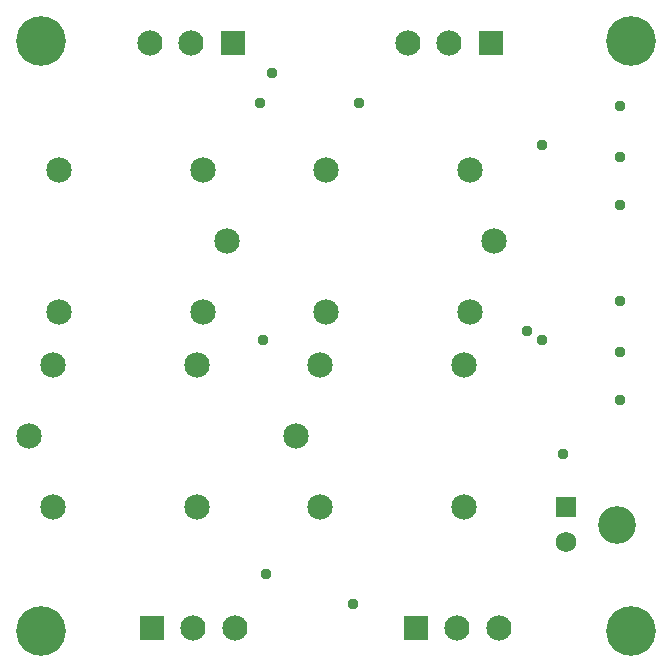
<source format=gbr>
G04 EAGLE Gerber RS-274X export*
G75*
%MOMM*%
%FSLAX34Y34*%
%LPD*%
%INSoldermask Bottom*%
%IPPOS*%
%AMOC8*
5,1,8,0,0,1.08239X$1,22.5*%
G01*
G04 Define Apertures*
%ADD10C,4.203200*%
%ADD11R,2.133600X2.133600*%
%ADD12C,2.133600*%
%ADD13C,2.153200*%
%ADD14R,1.733200X1.733200*%
%ADD15C,1.733200*%
%ADD16C,3.200400*%
%ADD17C,0.959600*%
D10*
X0Y0D03*
X0Y500000D03*
X500000Y500000D03*
X500000Y0D03*
D11*
X162560Y497840D03*
D12*
X127560Y497840D03*
X92560Y497840D03*
D11*
X381000Y497840D03*
D12*
X346000Y497840D03*
X311000Y497840D03*
D11*
X317500Y2540D03*
D12*
X352500Y2540D03*
X387500Y2540D03*
D11*
X93980Y2540D03*
D12*
X128980Y2540D03*
X163980Y2540D03*
D13*
X157380Y330200D03*
X137380Y390200D03*
X15160Y390200D03*
X15160Y270200D03*
X137380Y270200D03*
X383440Y330200D03*
X363440Y390200D03*
X241220Y390200D03*
X241220Y270200D03*
X363440Y270200D03*
X216000Y165100D03*
X236000Y105100D03*
X358220Y105100D03*
X358220Y225100D03*
X236000Y225100D03*
X-10060Y165100D03*
X9940Y105100D03*
X132160Y105100D03*
X132160Y225100D03*
X9940Y225100D03*
D14*
X444500Y105215D03*
D15*
X444500Y75215D03*
D16*
X487680Y90229D03*
D17*
X187960Y246380D03*
X411480Y254000D03*
X490220Y444500D03*
X490220Y360680D03*
X490220Y401320D03*
X424180Y411480D03*
X424180Y246380D03*
X441960Y149860D03*
X264160Y22860D03*
X190500Y48260D03*
X185420Y447040D03*
X269240Y447040D03*
X195580Y472440D03*
X490220Y279400D03*
X490220Y195580D03*
X490220Y236220D03*
M02*

</source>
